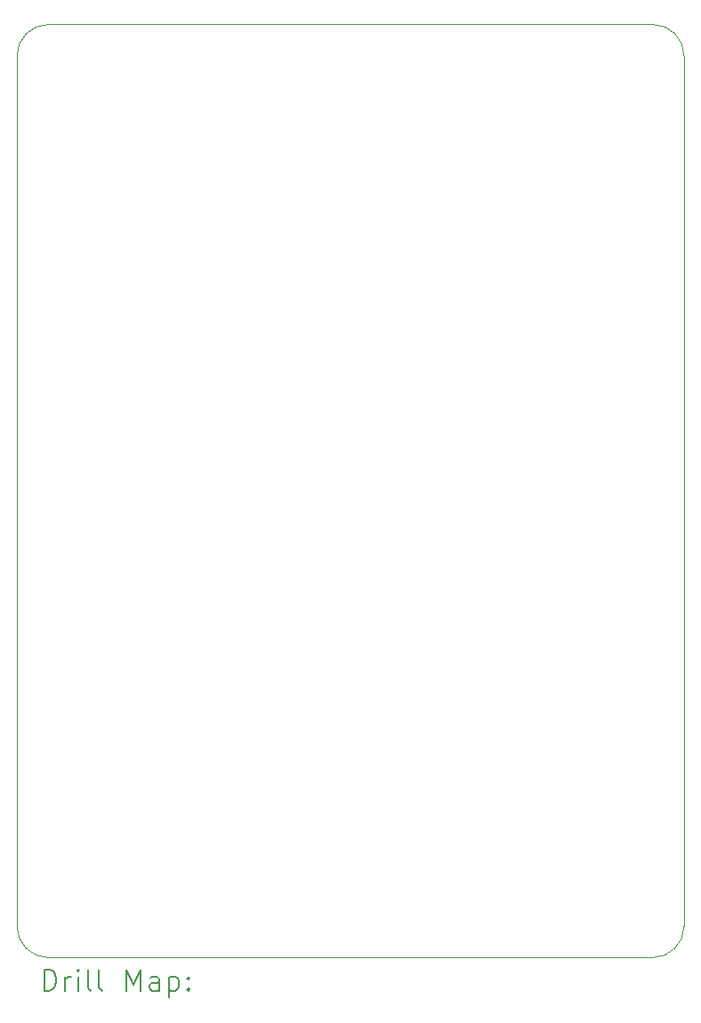
<source format=gbr>
%TF.GenerationSoftware,KiCad,Pcbnew,9.0.3*%
%TF.CreationDate,2025-07-14T03:19:36-04:00*%
%TF.ProjectId,CHEAPSUITS,43484541-5053-4554-9954-532e6b696361,rev?*%
%TF.SameCoordinates,Original*%
%TF.FileFunction,Drillmap*%
%TF.FilePolarity,Positive*%
%FSLAX45Y45*%
G04 Gerber Fmt 4.5, Leading zero omitted, Abs format (unit mm)*
G04 Created by KiCad (PCBNEW 9.0.3) date 2025-07-14 03:19:36*
%MOMM*%
%LPD*%
G01*
G04 APERTURE LIST*
%ADD10C,0.050000*%
%ADD11C,0.200000*%
G04 APERTURE END LIST*
D10*
X17404990Y-13444990D02*
X11654990Y-13444990D01*
X17404990Y-4554990D02*
G75*
G02*
X17704990Y-4854990I0J-300000D01*
G01*
X17704990Y-13144990D02*
G75*
G02*
X17404990Y-13444990I-300000J0D01*
G01*
X11354990Y-13144990D02*
X11354990Y-4854990D01*
X11354990Y-4854990D02*
G75*
G02*
X11654990Y-4554990I300000J0D01*
G01*
X17704990Y-4854990D02*
X17704990Y-13144990D01*
X11654990Y-13444990D02*
G75*
G02*
X11354990Y-13144990I0J300000D01*
G01*
X11654990Y-4554990D02*
X17404990Y-4554990D01*
D11*
X11613267Y-13758974D02*
X11613267Y-13558974D01*
X11613267Y-13558974D02*
X11660886Y-13558974D01*
X11660886Y-13558974D02*
X11689457Y-13568498D01*
X11689457Y-13568498D02*
X11708505Y-13587545D01*
X11708505Y-13587545D02*
X11718029Y-13606593D01*
X11718029Y-13606593D02*
X11727552Y-13644688D01*
X11727552Y-13644688D02*
X11727552Y-13673259D01*
X11727552Y-13673259D02*
X11718029Y-13711355D01*
X11718029Y-13711355D02*
X11708505Y-13730402D01*
X11708505Y-13730402D02*
X11689457Y-13749450D01*
X11689457Y-13749450D02*
X11660886Y-13758974D01*
X11660886Y-13758974D02*
X11613267Y-13758974D01*
X11813267Y-13758974D02*
X11813267Y-13625640D01*
X11813267Y-13663736D02*
X11822791Y-13644688D01*
X11822791Y-13644688D02*
X11832314Y-13635164D01*
X11832314Y-13635164D02*
X11851362Y-13625640D01*
X11851362Y-13625640D02*
X11870410Y-13625640D01*
X11937076Y-13758974D02*
X11937076Y-13625640D01*
X11937076Y-13558974D02*
X11927552Y-13568498D01*
X11927552Y-13568498D02*
X11937076Y-13578021D01*
X11937076Y-13578021D02*
X11946600Y-13568498D01*
X11946600Y-13568498D02*
X11937076Y-13558974D01*
X11937076Y-13558974D02*
X11937076Y-13578021D01*
X12060886Y-13758974D02*
X12041838Y-13749450D01*
X12041838Y-13749450D02*
X12032314Y-13730402D01*
X12032314Y-13730402D02*
X12032314Y-13558974D01*
X12165648Y-13758974D02*
X12146600Y-13749450D01*
X12146600Y-13749450D02*
X12137076Y-13730402D01*
X12137076Y-13730402D02*
X12137076Y-13558974D01*
X12394219Y-13758974D02*
X12394219Y-13558974D01*
X12394219Y-13558974D02*
X12460886Y-13701831D01*
X12460886Y-13701831D02*
X12527552Y-13558974D01*
X12527552Y-13558974D02*
X12527552Y-13758974D01*
X12708505Y-13758974D02*
X12708505Y-13654212D01*
X12708505Y-13654212D02*
X12698981Y-13635164D01*
X12698981Y-13635164D02*
X12679933Y-13625640D01*
X12679933Y-13625640D02*
X12641838Y-13625640D01*
X12641838Y-13625640D02*
X12622791Y-13635164D01*
X12708505Y-13749450D02*
X12689457Y-13758974D01*
X12689457Y-13758974D02*
X12641838Y-13758974D01*
X12641838Y-13758974D02*
X12622791Y-13749450D01*
X12622791Y-13749450D02*
X12613267Y-13730402D01*
X12613267Y-13730402D02*
X12613267Y-13711355D01*
X12613267Y-13711355D02*
X12622791Y-13692307D01*
X12622791Y-13692307D02*
X12641838Y-13682783D01*
X12641838Y-13682783D02*
X12689457Y-13682783D01*
X12689457Y-13682783D02*
X12708505Y-13673259D01*
X12803743Y-13625640D02*
X12803743Y-13825640D01*
X12803743Y-13635164D02*
X12822791Y-13625640D01*
X12822791Y-13625640D02*
X12860886Y-13625640D01*
X12860886Y-13625640D02*
X12879933Y-13635164D01*
X12879933Y-13635164D02*
X12889457Y-13644688D01*
X12889457Y-13644688D02*
X12898981Y-13663736D01*
X12898981Y-13663736D02*
X12898981Y-13720878D01*
X12898981Y-13720878D02*
X12889457Y-13739926D01*
X12889457Y-13739926D02*
X12879933Y-13749450D01*
X12879933Y-13749450D02*
X12860886Y-13758974D01*
X12860886Y-13758974D02*
X12822791Y-13758974D01*
X12822791Y-13758974D02*
X12803743Y-13749450D01*
X12984695Y-13739926D02*
X12994219Y-13749450D01*
X12994219Y-13749450D02*
X12984695Y-13758974D01*
X12984695Y-13758974D02*
X12975172Y-13749450D01*
X12975172Y-13749450D02*
X12984695Y-13739926D01*
X12984695Y-13739926D02*
X12984695Y-13758974D01*
X12984695Y-13635164D02*
X12994219Y-13644688D01*
X12994219Y-13644688D02*
X12984695Y-13654212D01*
X12984695Y-13654212D02*
X12975172Y-13644688D01*
X12975172Y-13644688D02*
X12984695Y-13635164D01*
X12984695Y-13635164D02*
X12984695Y-13654212D01*
M02*

</source>
